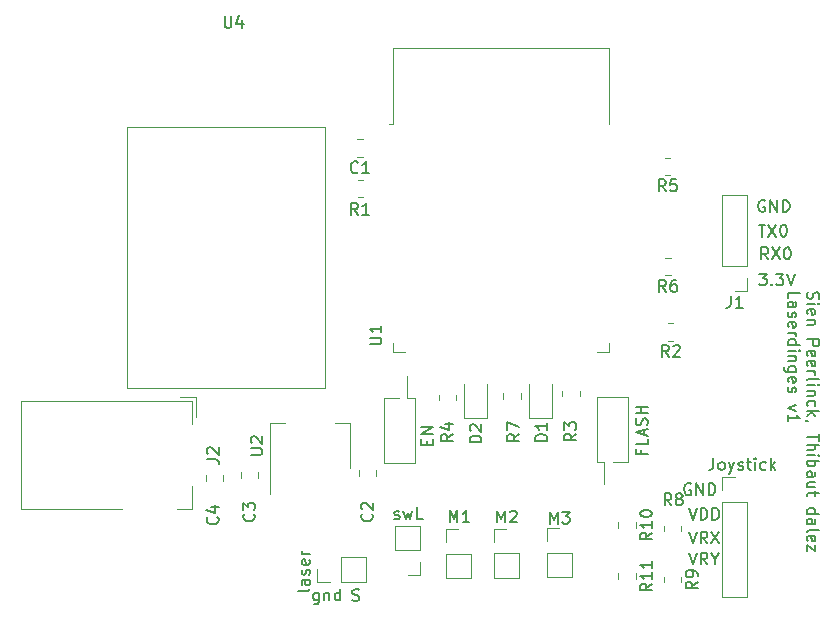
<source format=gbr>
%TF.GenerationSoftware,KiCad,Pcbnew,7.0.1*%
%TF.CreationDate,2023-03-21T16:33:25+01:00*%
%TF.ProjectId,Laserdinges,4c617365-7264-4696-9e67-65732e6b6963,rev?*%
%TF.SameCoordinates,Original*%
%TF.FileFunction,Legend,Top*%
%TF.FilePolarity,Positive*%
%FSLAX46Y46*%
G04 Gerber Fmt 4.6, Leading zero omitted, Abs format (unit mm)*
G04 Created by KiCad (PCBNEW 7.0.1) date 2023-03-21 16:33:25*
%MOMM*%
%LPD*%
G01*
G04 APERTURE LIST*
%ADD10C,0.150000*%
%ADD11C,0.120000*%
G04 APERTURE END LIST*
D10*
X131775209Y-91709219D02*
X131775209Y-92423504D01*
X131775209Y-92423504D02*
X131727590Y-92566361D01*
X131727590Y-92566361D02*
X131632352Y-92661600D01*
X131632352Y-92661600D02*
X131489495Y-92709219D01*
X131489495Y-92709219D02*
X131394257Y-92709219D01*
X132394257Y-92709219D02*
X132299019Y-92661600D01*
X132299019Y-92661600D02*
X132251400Y-92613980D01*
X132251400Y-92613980D02*
X132203781Y-92518742D01*
X132203781Y-92518742D02*
X132203781Y-92233028D01*
X132203781Y-92233028D02*
X132251400Y-92137790D01*
X132251400Y-92137790D02*
X132299019Y-92090171D01*
X132299019Y-92090171D02*
X132394257Y-92042552D01*
X132394257Y-92042552D02*
X132537114Y-92042552D01*
X132537114Y-92042552D02*
X132632352Y-92090171D01*
X132632352Y-92090171D02*
X132679971Y-92137790D01*
X132679971Y-92137790D02*
X132727590Y-92233028D01*
X132727590Y-92233028D02*
X132727590Y-92518742D01*
X132727590Y-92518742D02*
X132679971Y-92613980D01*
X132679971Y-92613980D02*
X132632352Y-92661600D01*
X132632352Y-92661600D02*
X132537114Y-92709219D01*
X132537114Y-92709219D02*
X132394257Y-92709219D01*
X133060924Y-92042552D02*
X133299019Y-92709219D01*
X133537114Y-92042552D02*
X133299019Y-92709219D01*
X133299019Y-92709219D02*
X133203781Y-92947314D01*
X133203781Y-92947314D02*
X133156162Y-92994933D01*
X133156162Y-92994933D02*
X133060924Y-93042552D01*
X133870448Y-92661600D02*
X133965686Y-92709219D01*
X133965686Y-92709219D02*
X134156162Y-92709219D01*
X134156162Y-92709219D02*
X134251400Y-92661600D01*
X134251400Y-92661600D02*
X134299019Y-92566361D01*
X134299019Y-92566361D02*
X134299019Y-92518742D01*
X134299019Y-92518742D02*
X134251400Y-92423504D01*
X134251400Y-92423504D02*
X134156162Y-92375885D01*
X134156162Y-92375885D02*
X134013305Y-92375885D01*
X134013305Y-92375885D02*
X133918067Y-92328266D01*
X133918067Y-92328266D02*
X133870448Y-92233028D01*
X133870448Y-92233028D02*
X133870448Y-92185409D01*
X133870448Y-92185409D02*
X133918067Y-92090171D01*
X133918067Y-92090171D02*
X134013305Y-92042552D01*
X134013305Y-92042552D02*
X134156162Y-92042552D01*
X134156162Y-92042552D02*
X134251400Y-92090171D01*
X134584734Y-92042552D02*
X134965686Y-92042552D01*
X134727591Y-91709219D02*
X134727591Y-92566361D01*
X134727591Y-92566361D02*
X134775210Y-92661600D01*
X134775210Y-92661600D02*
X134870448Y-92709219D01*
X134870448Y-92709219D02*
X134965686Y-92709219D01*
X135299020Y-92709219D02*
X135299020Y-92042552D01*
X135299020Y-91709219D02*
X135251401Y-91756838D01*
X135251401Y-91756838D02*
X135299020Y-91804457D01*
X135299020Y-91804457D02*
X135346639Y-91756838D01*
X135346639Y-91756838D02*
X135299020Y-91709219D01*
X135299020Y-91709219D02*
X135299020Y-91804457D01*
X136203781Y-92661600D02*
X136108543Y-92709219D01*
X136108543Y-92709219D02*
X135918067Y-92709219D01*
X135918067Y-92709219D02*
X135822829Y-92661600D01*
X135822829Y-92661600D02*
X135775210Y-92613980D01*
X135775210Y-92613980D02*
X135727591Y-92518742D01*
X135727591Y-92518742D02*
X135727591Y-92233028D01*
X135727591Y-92233028D02*
X135775210Y-92137790D01*
X135775210Y-92137790D02*
X135822829Y-92090171D01*
X135822829Y-92090171D02*
X135918067Y-92042552D01*
X135918067Y-92042552D02*
X136108543Y-92042552D01*
X136108543Y-92042552D02*
X136203781Y-92090171D01*
X136632353Y-92709219D02*
X136632353Y-91709219D01*
X136727591Y-92328266D02*
X137013305Y-92709219D01*
X137013305Y-92042552D02*
X136632353Y-92423504D01*
X97601019Y-102813847D02*
X97553400Y-102909085D01*
X97553400Y-102909085D02*
X97458161Y-102956704D01*
X97458161Y-102956704D02*
X96601019Y-102956704D01*
X97601019Y-102004323D02*
X97077209Y-102004323D01*
X97077209Y-102004323D02*
X96981971Y-102051942D01*
X96981971Y-102051942D02*
X96934352Y-102147180D01*
X96934352Y-102147180D02*
X96934352Y-102337656D01*
X96934352Y-102337656D02*
X96981971Y-102432894D01*
X97553400Y-102004323D02*
X97601019Y-102099561D01*
X97601019Y-102099561D02*
X97601019Y-102337656D01*
X97601019Y-102337656D02*
X97553400Y-102432894D01*
X97553400Y-102432894D02*
X97458161Y-102480513D01*
X97458161Y-102480513D02*
X97362923Y-102480513D01*
X97362923Y-102480513D02*
X97267685Y-102432894D01*
X97267685Y-102432894D02*
X97220066Y-102337656D01*
X97220066Y-102337656D02*
X97220066Y-102099561D01*
X97220066Y-102099561D02*
X97172447Y-102004323D01*
X97553400Y-101575751D02*
X97601019Y-101480513D01*
X97601019Y-101480513D02*
X97601019Y-101290037D01*
X97601019Y-101290037D02*
X97553400Y-101194799D01*
X97553400Y-101194799D02*
X97458161Y-101147180D01*
X97458161Y-101147180D02*
X97410542Y-101147180D01*
X97410542Y-101147180D02*
X97315304Y-101194799D01*
X97315304Y-101194799D02*
X97267685Y-101290037D01*
X97267685Y-101290037D02*
X97267685Y-101432894D01*
X97267685Y-101432894D02*
X97220066Y-101528132D01*
X97220066Y-101528132D02*
X97124828Y-101575751D01*
X97124828Y-101575751D02*
X97077209Y-101575751D01*
X97077209Y-101575751D02*
X96981971Y-101528132D01*
X96981971Y-101528132D02*
X96934352Y-101432894D01*
X96934352Y-101432894D02*
X96934352Y-101290037D01*
X96934352Y-101290037D02*
X96981971Y-101194799D01*
X97553400Y-100337656D02*
X97601019Y-100432894D01*
X97601019Y-100432894D02*
X97601019Y-100623370D01*
X97601019Y-100623370D02*
X97553400Y-100718608D01*
X97553400Y-100718608D02*
X97458161Y-100766227D01*
X97458161Y-100766227D02*
X97077209Y-100766227D01*
X97077209Y-100766227D02*
X96981971Y-100718608D01*
X96981971Y-100718608D02*
X96934352Y-100623370D01*
X96934352Y-100623370D02*
X96934352Y-100432894D01*
X96934352Y-100432894D02*
X96981971Y-100337656D01*
X96981971Y-100337656D02*
X97077209Y-100290037D01*
X97077209Y-100290037D02*
X97172447Y-100290037D01*
X97172447Y-100290037D02*
X97267685Y-100766227D01*
X97601019Y-99861465D02*
X96934352Y-99861465D01*
X97124828Y-99861465D02*
X97029590Y-99813846D01*
X97029590Y-99813846D02*
X96981971Y-99766227D01*
X96981971Y-99766227D02*
X96934352Y-99670989D01*
X96934352Y-99670989D02*
X96934352Y-99575751D01*
X104771876Y-96827200D02*
X104867114Y-96874819D01*
X104867114Y-96874819D02*
X105057590Y-96874819D01*
X105057590Y-96874819D02*
X105152828Y-96827200D01*
X105152828Y-96827200D02*
X105200447Y-96731961D01*
X105200447Y-96731961D02*
X105200447Y-96684342D01*
X105200447Y-96684342D02*
X105152828Y-96589104D01*
X105152828Y-96589104D02*
X105057590Y-96541485D01*
X105057590Y-96541485D02*
X104914733Y-96541485D01*
X104914733Y-96541485D02*
X104819495Y-96493866D01*
X104819495Y-96493866D02*
X104771876Y-96398628D01*
X104771876Y-96398628D02*
X104771876Y-96351009D01*
X104771876Y-96351009D02*
X104819495Y-96255771D01*
X104819495Y-96255771D02*
X104914733Y-96208152D01*
X104914733Y-96208152D02*
X105057590Y-96208152D01*
X105057590Y-96208152D02*
X105152828Y-96255771D01*
X105533781Y-96208152D02*
X105724257Y-96874819D01*
X105724257Y-96874819D02*
X105914733Y-96398628D01*
X105914733Y-96398628D02*
X106105209Y-96874819D01*
X106105209Y-96874819D02*
X106295685Y-96208152D01*
X107152828Y-96874819D02*
X106676638Y-96874819D01*
X106676638Y-96874819D02*
X106676638Y-95874819D01*
X117925895Y-97255819D02*
X117925895Y-96255819D01*
X117925895Y-96255819D02*
X118259228Y-96970104D01*
X118259228Y-96970104D02*
X118592561Y-96255819D01*
X118592561Y-96255819D02*
X118592561Y-97255819D01*
X118973514Y-96255819D02*
X119592561Y-96255819D01*
X119592561Y-96255819D02*
X119259228Y-96636771D01*
X119259228Y-96636771D02*
X119402085Y-96636771D01*
X119402085Y-96636771D02*
X119497323Y-96684390D01*
X119497323Y-96684390D02*
X119544942Y-96732009D01*
X119544942Y-96732009D02*
X119592561Y-96827247D01*
X119592561Y-96827247D02*
X119592561Y-97065342D01*
X119592561Y-97065342D02*
X119544942Y-97160580D01*
X119544942Y-97160580D02*
X119497323Y-97208200D01*
X119497323Y-97208200D02*
X119402085Y-97255819D01*
X119402085Y-97255819D02*
X119116371Y-97255819D01*
X119116371Y-97255819D02*
X119021133Y-97208200D01*
X119021133Y-97208200D02*
X118973514Y-97160580D01*
X113480895Y-97154219D02*
X113480895Y-96154219D01*
X113480895Y-96154219D02*
X113814228Y-96868504D01*
X113814228Y-96868504D02*
X114147561Y-96154219D01*
X114147561Y-96154219D02*
X114147561Y-97154219D01*
X114576133Y-96249457D02*
X114623752Y-96201838D01*
X114623752Y-96201838D02*
X114718990Y-96154219D01*
X114718990Y-96154219D02*
X114957085Y-96154219D01*
X114957085Y-96154219D02*
X115052323Y-96201838D01*
X115052323Y-96201838D02*
X115099942Y-96249457D01*
X115099942Y-96249457D02*
X115147561Y-96344695D01*
X115147561Y-96344695D02*
X115147561Y-96439933D01*
X115147561Y-96439933D02*
X115099942Y-96582790D01*
X115099942Y-96582790D02*
X114528514Y-97154219D01*
X114528514Y-97154219D02*
X115147561Y-97154219D01*
X109442295Y-97128819D02*
X109442295Y-96128819D01*
X109442295Y-96128819D02*
X109775628Y-96843104D01*
X109775628Y-96843104D02*
X110108961Y-96128819D01*
X110108961Y-96128819D02*
X110108961Y-97128819D01*
X111108961Y-97128819D02*
X110537533Y-97128819D01*
X110823247Y-97128819D02*
X110823247Y-96128819D01*
X110823247Y-96128819D02*
X110728009Y-96271676D01*
X110728009Y-96271676D02*
X110632771Y-96366914D01*
X110632771Y-96366914D02*
X110537533Y-96414533D01*
X129695638Y-95925619D02*
X130028971Y-96925619D01*
X130028971Y-96925619D02*
X130362304Y-95925619D01*
X130695638Y-96925619D02*
X130695638Y-95925619D01*
X130695638Y-95925619D02*
X130933733Y-95925619D01*
X130933733Y-95925619D02*
X131076590Y-95973238D01*
X131076590Y-95973238D02*
X131171828Y-96068476D01*
X131171828Y-96068476D02*
X131219447Y-96163714D01*
X131219447Y-96163714D02*
X131267066Y-96354190D01*
X131267066Y-96354190D02*
X131267066Y-96497047D01*
X131267066Y-96497047D02*
X131219447Y-96687523D01*
X131219447Y-96687523D02*
X131171828Y-96782761D01*
X131171828Y-96782761D02*
X131076590Y-96878000D01*
X131076590Y-96878000D02*
X130933733Y-96925619D01*
X130933733Y-96925619D02*
X130695638Y-96925619D01*
X131695638Y-96925619D02*
X131695638Y-95925619D01*
X131695638Y-95925619D02*
X131933733Y-95925619D01*
X131933733Y-95925619D02*
X132076590Y-95973238D01*
X132076590Y-95973238D02*
X132171828Y-96068476D01*
X132171828Y-96068476D02*
X132219447Y-96163714D01*
X132219447Y-96163714D02*
X132267066Y-96354190D01*
X132267066Y-96354190D02*
X132267066Y-96497047D01*
X132267066Y-96497047D02*
X132219447Y-96687523D01*
X132219447Y-96687523D02*
X132171828Y-96782761D01*
X132171828Y-96782761D02*
X132076590Y-96878000D01*
X132076590Y-96878000D02*
X131933733Y-96925619D01*
X131933733Y-96925619D02*
X131695638Y-96925619D01*
X101215876Y-103761400D02*
X101358733Y-103809019D01*
X101358733Y-103809019D02*
X101596828Y-103809019D01*
X101596828Y-103809019D02*
X101692066Y-103761400D01*
X101692066Y-103761400D02*
X101739685Y-103713780D01*
X101739685Y-103713780D02*
X101787304Y-103618542D01*
X101787304Y-103618542D02*
X101787304Y-103523304D01*
X101787304Y-103523304D02*
X101739685Y-103428066D01*
X101739685Y-103428066D02*
X101692066Y-103380447D01*
X101692066Y-103380447D02*
X101596828Y-103332828D01*
X101596828Y-103332828D02*
X101406352Y-103285209D01*
X101406352Y-103285209D02*
X101311114Y-103237590D01*
X101311114Y-103237590D02*
X101263495Y-103189971D01*
X101263495Y-103189971D02*
X101215876Y-103094733D01*
X101215876Y-103094733D02*
X101215876Y-102999495D01*
X101215876Y-102999495D02*
X101263495Y-102904257D01*
X101263495Y-102904257D02*
X101311114Y-102856638D01*
X101311114Y-102856638D02*
X101406352Y-102809019D01*
X101406352Y-102809019D02*
X101644447Y-102809019D01*
X101644447Y-102809019D02*
X101787304Y-102856638D01*
X129854304Y-93890438D02*
X129759066Y-93842819D01*
X129759066Y-93842819D02*
X129616209Y-93842819D01*
X129616209Y-93842819D02*
X129473352Y-93890438D01*
X129473352Y-93890438D02*
X129378114Y-93985676D01*
X129378114Y-93985676D02*
X129330495Y-94080914D01*
X129330495Y-94080914D02*
X129282876Y-94271390D01*
X129282876Y-94271390D02*
X129282876Y-94414247D01*
X129282876Y-94414247D02*
X129330495Y-94604723D01*
X129330495Y-94604723D02*
X129378114Y-94699961D01*
X129378114Y-94699961D02*
X129473352Y-94795200D01*
X129473352Y-94795200D02*
X129616209Y-94842819D01*
X129616209Y-94842819D02*
X129711447Y-94842819D01*
X129711447Y-94842819D02*
X129854304Y-94795200D01*
X129854304Y-94795200D02*
X129901923Y-94747580D01*
X129901923Y-94747580D02*
X129901923Y-94414247D01*
X129901923Y-94414247D02*
X129711447Y-94414247D01*
X130330495Y-94842819D02*
X130330495Y-93842819D01*
X130330495Y-93842819D02*
X130901923Y-94842819D01*
X130901923Y-94842819D02*
X130901923Y-93842819D01*
X131378114Y-94842819D02*
X131378114Y-93842819D01*
X131378114Y-93842819D02*
X131616209Y-93842819D01*
X131616209Y-93842819D02*
X131759066Y-93890438D01*
X131759066Y-93890438D02*
X131854304Y-93985676D01*
X131854304Y-93985676D02*
X131901923Y-94080914D01*
X131901923Y-94080914D02*
X131949542Y-94271390D01*
X131949542Y-94271390D02*
X131949542Y-94414247D01*
X131949542Y-94414247D02*
X131901923Y-94604723D01*
X131901923Y-94604723D02*
X131854304Y-94699961D01*
X131854304Y-94699961D02*
X131759066Y-94795200D01*
X131759066Y-94795200D02*
X131616209Y-94842819D01*
X131616209Y-94842819D02*
X131378114Y-94842819D01*
X129695638Y-97932219D02*
X130028971Y-98932219D01*
X130028971Y-98932219D02*
X130362304Y-97932219D01*
X131267066Y-98932219D02*
X130933733Y-98456028D01*
X130695638Y-98932219D02*
X130695638Y-97932219D01*
X130695638Y-97932219D02*
X131076590Y-97932219D01*
X131076590Y-97932219D02*
X131171828Y-97979838D01*
X131171828Y-97979838D02*
X131219447Y-98027457D01*
X131219447Y-98027457D02*
X131267066Y-98122695D01*
X131267066Y-98122695D02*
X131267066Y-98265552D01*
X131267066Y-98265552D02*
X131219447Y-98360790D01*
X131219447Y-98360790D02*
X131171828Y-98408409D01*
X131171828Y-98408409D02*
X131076590Y-98456028D01*
X131076590Y-98456028D02*
X130695638Y-98456028D01*
X131600400Y-97932219D02*
X132267066Y-98932219D01*
X132267066Y-97932219D02*
X131600400Y-98932219D01*
X139772400Y-77655076D02*
X139724780Y-77797933D01*
X139724780Y-77797933D02*
X139724780Y-78036028D01*
X139724780Y-78036028D02*
X139772400Y-78131266D01*
X139772400Y-78131266D02*
X139820019Y-78178885D01*
X139820019Y-78178885D02*
X139915257Y-78226504D01*
X139915257Y-78226504D02*
X140010495Y-78226504D01*
X140010495Y-78226504D02*
X140105733Y-78178885D01*
X140105733Y-78178885D02*
X140153352Y-78131266D01*
X140153352Y-78131266D02*
X140200971Y-78036028D01*
X140200971Y-78036028D02*
X140248590Y-77845552D01*
X140248590Y-77845552D02*
X140296209Y-77750314D01*
X140296209Y-77750314D02*
X140343828Y-77702695D01*
X140343828Y-77702695D02*
X140439066Y-77655076D01*
X140439066Y-77655076D02*
X140534304Y-77655076D01*
X140534304Y-77655076D02*
X140629542Y-77702695D01*
X140629542Y-77702695D02*
X140677161Y-77750314D01*
X140677161Y-77750314D02*
X140724780Y-77845552D01*
X140724780Y-77845552D02*
X140724780Y-78083647D01*
X140724780Y-78083647D02*
X140677161Y-78226504D01*
X139724780Y-78655076D02*
X140391447Y-78655076D01*
X140724780Y-78655076D02*
X140677161Y-78607457D01*
X140677161Y-78607457D02*
X140629542Y-78655076D01*
X140629542Y-78655076D02*
X140677161Y-78702695D01*
X140677161Y-78702695D02*
X140724780Y-78655076D01*
X140724780Y-78655076D02*
X140629542Y-78655076D01*
X139772400Y-79512218D02*
X139724780Y-79416980D01*
X139724780Y-79416980D02*
X139724780Y-79226504D01*
X139724780Y-79226504D02*
X139772400Y-79131266D01*
X139772400Y-79131266D02*
X139867638Y-79083647D01*
X139867638Y-79083647D02*
X140248590Y-79083647D01*
X140248590Y-79083647D02*
X140343828Y-79131266D01*
X140343828Y-79131266D02*
X140391447Y-79226504D01*
X140391447Y-79226504D02*
X140391447Y-79416980D01*
X140391447Y-79416980D02*
X140343828Y-79512218D01*
X140343828Y-79512218D02*
X140248590Y-79559837D01*
X140248590Y-79559837D02*
X140153352Y-79559837D01*
X140153352Y-79559837D02*
X140058114Y-79083647D01*
X140391447Y-79988409D02*
X139724780Y-79988409D01*
X140296209Y-79988409D02*
X140343828Y-80036028D01*
X140343828Y-80036028D02*
X140391447Y-80131266D01*
X140391447Y-80131266D02*
X140391447Y-80274123D01*
X140391447Y-80274123D02*
X140343828Y-80369361D01*
X140343828Y-80369361D02*
X140248590Y-80416980D01*
X140248590Y-80416980D02*
X139724780Y-80416980D01*
X139724780Y-81655076D02*
X140724780Y-81655076D01*
X140724780Y-81655076D02*
X140724780Y-82036028D01*
X140724780Y-82036028D02*
X140677161Y-82131266D01*
X140677161Y-82131266D02*
X140629542Y-82178885D01*
X140629542Y-82178885D02*
X140534304Y-82226504D01*
X140534304Y-82226504D02*
X140391447Y-82226504D01*
X140391447Y-82226504D02*
X140296209Y-82178885D01*
X140296209Y-82178885D02*
X140248590Y-82131266D01*
X140248590Y-82131266D02*
X140200971Y-82036028D01*
X140200971Y-82036028D02*
X140200971Y-81655076D01*
X139772400Y-83036028D02*
X139724780Y-82940790D01*
X139724780Y-82940790D02*
X139724780Y-82750314D01*
X139724780Y-82750314D02*
X139772400Y-82655076D01*
X139772400Y-82655076D02*
X139867638Y-82607457D01*
X139867638Y-82607457D02*
X140248590Y-82607457D01*
X140248590Y-82607457D02*
X140343828Y-82655076D01*
X140343828Y-82655076D02*
X140391447Y-82750314D01*
X140391447Y-82750314D02*
X140391447Y-82940790D01*
X140391447Y-82940790D02*
X140343828Y-83036028D01*
X140343828Y-83036028D02*
X140248590Y-83083647D01*
X140248590Y-83083647D02*
X140153352Y-83083647D01*
X140153352Y-83083647D02*
X140058114Y-82607457D01*
X139772400Y-83893171D02*
X139724780Y-83797933D01*
X139724780Y-83797933D02*
X139724780Y-83607457D01*
X139724780Y-83607457D02*
X139772400Y-83512219D01*
X139772400Y-83512219D02*
X139867638Y-83464600D01*
X139867638Y-83464600D02*
X140248590Y-83464600D01*
X140248590Y-83464600D02*
X140343828Y-83512219D01*
X140343828Y-83512219D02*
X140391447Y-83607457D01*
X140391447Y-83607457D02*
X140391447Y-83797933D01*
X140391447Y-83797933D02*
X140343828Y-83893171D01*
X140343828Y-83893171D02*
X140248590Y-83940790D01*
X140248590Y-83940790D02*
X140153352Y-83940790D01*
X140153352Y-83940790D02*
X140058114Y-83464600D01*
X139724780Y-84369362D02*
X140391447Y-84369362D01*
X140200971Y-84369362D02*
X140296209Y-84416981D01*
X140296209Y-84416981D02*
X140343828Y-84464600D01*
X140343828Y-84464600D02*
X140391447Y-84559838D01*
X140391447Y-84559838D02*
X140391447Y-84655076D01*
X139724780Y-85131267D02*
X139772400Y-85036029D01*
X139772400Y-85036029D02*
X139867638Y-84988410D01*
X139867638Y-84988410D02*
X140724780Y-84988410D01*
X139724780Y-85512220D02*
X140391447Y-85512220D01*
X140724780Y-85512220D02*
X140677161Y-85464601D01*
X140677161Y-85464601D02*
X140629542Y-85512220D01*
X140629542Y-85512220D02*
X140677161Y-85559839D01*
X140677161Y-85559839D02*
X140724780Y-85512220D01*
X140724780Y-85512220D02*
X140629542Y-85512220D01*
X140391447Y-85988410D02*
X139724780Y-85988410D01*
X140296209Y-85988410D02*
X140343828Y-86036029D01*
X140343828Y-86036029D02*
X140391447Y-86131267D01*
X140391447Y-86131267D02*
X140391447Y-86274124D01*
X140391447Y-86274124D02*
X140343828Y-86369362D01*
X140343828Y-86369362D02*
X140248590Y-86416981D01*
X140248590Y-86416981D02*
X139724780Y-86416981D01*
X139772400Y-87321743D02*
X139724780Y-87226505D01*
X139724780Y-87226505D02*
X139724780Y-87036029D01*
X139724780Y-87036029D02*
X139772400Y-86940791D01*
X139772400Y-86940791D02*
X139820019Y-86893172D01*
X139820019Y-86893172D02*
X139915257Y-86845553D01*
X139915257Y-86845553D02*
X140200971Y-86845553D01*
X140200971Y-86845553D02*
X140296209Y-86893172D01*
X140296209Y-86893172D02*
X140343828Y-86940791D01*
X140343828Y-86940791D02*
X140391447Y-87036029D01*
X140391447Y-87036029D02*
X140391447Y-87226505D01*
X140391447Y-87226505D02*
X140343828Y-87321743D01*
X139724780Y-87750315D02*
X140724780Y-87750315D01*
X140105733Y-87845553D02*
X139724780Y-88131267D01*
X140391447Y-88131267D02*
X140010495Y-87750315D01*
X139772400Y-88607458D02*
X139724780Y-88607458D01*
X139724780Y-88607458D02*
X139629542Y-88559839D01*
X139629542Y-88559839D02*
X139581923Y-88512220D01*
X140724780Y-89655077D02*
X140724780Y-90226505D01*
X139724780Y-89940791D02*
X140724780Y-89940791D01*
X139724780Y-90559839D02*
X140724780Y-90559839D01*
X139724780Y-90988410D02*
X140248590Y-90988410D01*
X140248590Y-90988410D02*
X140343828Y-90940791D01*
X140343828Y-90940791D02*
X140391447Y-90845553D01*
X140391447Y-90845553D02*
X140391447Y-90702696D01*
X140391447Y-90702696D02*
X140343828Y-90607458D01*
X140343828Y-90607458D02*
X140296209Y-90559839D01*
X139724780Y-91464601D02*
X140391447Y-91464601D01*
X140724780Y-91464601D02*
X140677161Y-91416982D01*
X140677161Y-91416982D02*
X140629542Y-91464601D01*
X140629542Y-91464601D02*
X140677161Y-91512220D01*
X140677161Y-91512220D02*
X140724780Y-91464601D01*
X140724780Y-91464601D02*
X140629542Y-91464601D01*
X139724780Y-91940791D02*
X140724780Y-91940791D01*
X140343828Y-91940791D02*
X140391447Y-92036029D01*
X140391447Y-92036029D02*
X140391447Y-92226505D01*
X140391447Y-92226505D02*
X140343828Y-92321743D01*
X140343828Y-92321743D02*
X140296209Y-92369362D01*
X140296209Y-92369362D02*
X140200971Y-92416981D01*
X140200971Y-92416981D02*
X139915257Y-92416981D01*
X139915257Y-92416981D02*
X139820019Y-92369362D01*
X139820019Y-92369362D02*
X139772400Y-92321743D01*
X139772400Y-92321743D02*
X139724780Y-92226505D01*
X139724780Y-92226505D02*
X139724780Y-92036029D01*
X139724780Y-92036029D02*
X139772400Y-91940791D01*
X139724780Y-93274124D02*
X140248590Y-93274124D01*
X140248590Y-93274124D02*
X140343828Y-93226505D01*
X140343828Y-93226505D02*
X140391447Y-93131267D01*
X140391447Y-93131267D02*
X140391447Y-92940791D01*
X140391447Y-92940791D02*
X140343828Y-92845553D01*
X139772400Y-93274124D02*
X139724780Y-93178886D01*
X139724780Y-93178886D02*
X139724780Y-92940791D01*
X139724780Y-92940791D02*
X139772400Y-92845553D01*
X139772400Y-92845553D02*
X139867638Y-92797934D01*
X139867638Y-92797934D02*
X139962876Y-92797934D01*
X139962876Y-92797934D02*
X140058114Y-92845553D01*
X140058114Y-92845553D02*
X140105733Y-92940791D01*
X140105733Y-92940791D02*
X140105733Y-93178886D01*
X140105733Y-93178886D02*
X140153352Y-93274124D01*
X140391447Y-94178886D02*
X139724780Y-94178886D01*
X140391447Y-93750315D02*
X139867638Y-93750315D01*
X139867638Y-93750315D02*
X139772400Y-93797934D01*
X139772400Y-93797934D02*
X139724780Y-93893172D01*
X139724780Y-93893172D02*
X139724780Y-94036029D01*
X139724780Y-94036029D02*
X139772400Y-94131267D01*
X139772400Y-94131267D02*
X139820019Y-94178886D01*
X140391447Y-94512220D02*
X140391447Y-94893172D01*
X140724780Y-94655077D02*
X139867638Y-94655077D01*
X139867638Y-94655077D02*
X139772400Y-94702696D01*
X139772400Y-94702696D02*
X139724780Y-94797934D01*
X139724780Y-94797934D02*
X139724780Y-94893172D01*
X139724780Y-96416982D02*
X140724780Y-96416982D01*
X139772400Y-96416982D02*
X139724780Y-96321744D01*
X139724780Y-96321744D02*
X139724780Y-96131268D01*
X139724780Y-96131268D02*
X139772400Y-96036030D01*
X139772400Y-96036030D02*
X139820019Y-95988411D01*
X139820019Y-95988411D02*
X139915257Y-95940792D01*
X139915257Y-95940792D02*
X140200971Y-95940792D01*
X140200971Y-95940792D02*
X140296209Y-95988411D01*
X140296209Y-95988411D02*
X140343828Y-96036030D01*
X140343828Y-96036030D02*
X140391447Y-96131268D01*
X140391447Y-96131268D02*
X140391447Y-96321744D01*
X140391447Y-96321744D02*
X140343828Y-96416982D01*
X139724780Y-97321744D02*
X140248590Y-97321744D01*
X140248590Y-97321744D02*
X140343828Y-97274125D01*
X140343828Y-97274125D02*
X140391447Y-97178887D01*
X140391447Y-97178887D02*
X140391447Y-96988411D01*
X140391447Y-96988411D02*
X140343828Y-96893173D01*
X139772400Y-97321744D02*
X139724780Y-97226506D01*
X139724780Y-97226506D02*
X139724780Y-96988411D01*
X139724780Y-96988411D02*
X139772400Y-96893173D01*
X139772400Y-96893173D02*
X139867638Y-96845554D01*
X139867638Y-96845554D02*
X139962876Y-96845554D01*
X139962876Y-96845554D02*
X140058114Y-96893173D01*
X140058114Y-96893173D02*
X140105733Y-96988411D01*
X140105733Y-96988411D02*
X140105733Y-97226506D01*
X140105733Y-97226506D02*
X140153352Y-97321744D01*
X139724780Y-97940792D02*
X139772400Y-97845554D01*
X139772400Y-97845554D02*
X139867638Y-97797935D01*
X139867638Y-97797935D02*
X140724780Y-97797935D01*
X139772400Y-98702697D02*
X139724780Y-98607459D01*
X139724780Y-98607459D02*
X139724780Y-98416983D01*
X139724780Y-98416983D02*
X139772400Y-98321745D01*
X139772400Y-98321745D02*
X139867638Y-98274126D01*
X139867638Y-98274126D02*
X140248590Y-98274126D01*
X140248590Y-98274126D02*
X140343828Y-98321745D01*
X140343828Y-98321745D02*
X140391447Y-98416983D01*
X140391447Y-98416983D02*
X140391447Y-98607459D01*
X140391447Y-98607459D02*
X140343828Y-98702697D01*
X140343828Y-98702697D02*
X140248590Y-98750316D01*
X140248590Y-98750316D02*
X140153352Y-98750316D01*
X140153352Y-98750316D02*
X140058114Y-98274126D01*
X140391447Y-99083650D02*
X140391447Y-99607459D01*
X140391447Y-99607459D02*
X139724780Y-99083650D01*
X139724780Y-99083650D02*
X139724780Y-99607459D01*
X138104780Y-78178885D02*
X138104780Y-77702695D01*
X138104780Y-77702695D02*
X139104780Y-77702695D01*
X138104780Y-78940790D02*
X138628590Y-78940790D01*
X138628590Y-78940790D02*
X138723828Y-78893171D01*
X138723828Y-78893171D02*
X138771447Y-78797933D01*
X138771447Y-78797933D02*
X138771447Y-78607457D01*
X138771447Y-78607457D02*
X138723828Y-78512219D01*
X138152400Y-78940790D02*
X138104780Y-78845552D01*
X138104780Y-78845552D02*
X138104780Y-78607457D01*
X138104780Y-78607457D02*
X138152400Y-78512219D01*
X138152400Y-78512219D02*
X138247638Y-78464600D01*
X138247638Y-78464600D02*
X138342876Y-78464600D01*
X138342876Y-78464600D02*
X138438114Y-78512219D01*
X138438114Y-78512219D02*
X138485733Y-78607457D01*
X138485733Y-78607457D02*
X138485733Y-78845552D01*
X138485733Y-78845552D02*
X138533352Y-78940790D01*
X138152400Y-79369362D02*
X138104780Y-79464600D01*
X138104780Y-79464600D02*
X138104780Y-79655076D01*
X138104780Y-79655076D02*
X138152400Y-79750314D01*
X138152400Y-79750314D02*
X138247638Y-79797933D01*
X138247638Y-79797933D02*
X138295257Y-79797933D01*
X138295257Y-79797933D02*
X138390495Y-79750314D01*
X138390495Y-79750314D02*
X138438114Y-79655076D01*
X138438114Y-79655076D02*
X138438114Y-79512219D01*
X138438114Y-79512219D02*
X138485733Y-79416981D01*
X138485733Y-79416981D02*
X138580971Y-79369362D01*
X138580971Y-79369362D02*
X138628590Y-79369362D01*
X138628590Y-79369362D02*
X138723828Y-79416981D01*
X138723828Y-79416981D02*
X138771447Y-79512219D01*
X138771447Y-79512219D02*
X138771447Y-79655076D01*
X138771447Y-79655076D02*
X138723828Y-79750314D01*
X138152400Y-80607457D02*
X138104780Y-80512219D01*
X138104780Y-80512219D02*
X138104780Y-80321743D01*
X138104780Y-80321743D02*
X138152400Y-80226505D01*
X138152400Y-80226505D02*
X138247638Y-80178886D01*
X138247638Y-80178886D02*
X138628590Y-80178886D01*
X138628590Y-80178886D02*
X138723828Y-80226505D01*
X138723828Y-80226505D02*
X138771447Y-80321743D01*
X138771447Y-80321743D02*
X138771447Y-80512219D01*
X138771447Y-80512219D02*
X138723828Y-80607457D01*
X138723828Y-80607457D02*
X138628590Y-80655076D01*
X138628590Y-80655076D02*
X138533352Y-80655076D01*
X138533352Y-80655076D02*
X138438114Y-80178886D01*
X138104780Y-81083648D02*
X138771447Y-81083648D01*
X138580971Y-81083648D02*
X138676209Y-81131267D01*
X138676209Y-81131267D02*
X138723828Y-81178886D01*
X138723828Y-81178886D02*
X138771447Y-81274124D01*
X138771447Y-81274124D02*
X138771447Y-81369362D01*
X138104780Y-82131267D02*
X139104780Y-82131267D01*
X138152400Y-82131267D02*
X138104780Y-82036029D01*
X138104780Y-82036029D02*
X138104780Y-81845553D01*
X138104780Y-81845553D02*
X138152400Y-81750315D01*
X138152400Y-81750315D02*
X138200019Y-81702696D01*
X138200019Y-81702696D02*
X138295257Y-81655077D01*
X138295257Y-81655077D02*
X138580971Y-81655077D01*
X138580971Y-81655077D02*
X138676209Y-81702696D01*
X138676209Y-81702696D02*
X138723828Y-81750315D01*
X138723828Y-81750315D02*
X138771447Y-81845553D01*
X138771447Y-81845553D02*
X138771447Y-82036029D01*
X138771447Y-82036029D02*
X138723828Y-82131267D01*
X138104780Y-82607458D02*
X138771447Y-82607458D01*
X139104780Y-82607458D02*
X139057161Y-82559839D01*
X139057161Y-82559839D02*
X139009542Y-82607458D01*
X139009542Y-82607458D02*
X139057161Y-82655077D01*
X139057161Y-82655077D02*
X139104780Y-82607458D01*
X139104780Y-82607458D02*
X139009542Y-82607458D01*
X138771447Y-83083648D02*
X138104780Y-83083648D01*
X138676209Y-83083648D02*
X138723828Y-83131267D01*
X138723828Y-83131267D02*
X138771447Y-83226505D01*
X138771447Y-83226505D02*
X138771447Y-83369362D01*
X138771447Y-83369362D02*
X138723828Y-83464600D01*
X138723828Y-83464600D02*
X138628590Y-83512219D01*
X138628590Y-83512219D02*
X138104780Y-83512219D01*
X138771447Y-84416981D02*
X137961923Y-84416981D01*
X137961923Y-84416981D02*
X137866685Y-84369362D01*
X137866685Y-84369362D02*
X137819066Y-84321743D01*
X137819066Y-84321743D02*
X137771447Y-84226505D01*
X137771447Y-84226505D02*
X137771447Y-84083648D01*
X137771447Y-84083648D02*
X137819066Y-83988410D01*
X138152400Y-84416981D02*
X138104780Y-84321743D01*
X138104780Y-84321743D02*
X138104780Y-84131267D01*
X138104780Y-84131267D02*
X138152400Y-84036029D01*
X138152400Y-84036029D02*
X138200019Y-83988410D01*
X138200019Y-83988410D02*
X138295257Y-83940791D01*
X138295257Y-83940791D02*
X138580971Y-83940791D01*
X138580971Y-83940791D02*
X138676209Y-83988410D01*
X138676209Y-83988410D02*
X138723828Y-84036029D01*
X138723828Y-84036029D02*
X138771447Y-84131267D01*
X138771447Y-84131267D02*
X138771447Y-84321743D01*
X138771447Y-84321743D02*
X138723828Y-84416981D01*
X138152400Y-85274124D02*
X138104780Y-85178886D01*
X138104780Y-85178886D02*
X138104780Y-84988410D01*
X138104780Y-84988410D02*
X138152400Y-84893172D01*
X138152400Y-84893172D02*
X138247638Y-84845553D01*
X138247638Y-84845553D02*
X138628590Y-84845553D01*
X138628590Y-84845553D02*
X138723828Y-84893172D01*
X138723828Y-84893172D02*
X138771447Y-84988410D01*
X138771447Y-84988410D02*
X138771447Y-85178886D01*
X138771447Y-85178886D02*
X138723828Y-85274124D01*
X138723828Y-85274124D02*
X138628590Y-85321743D01*
X138628590Y-85321743D02*
X138533352Y-85321743D01*
X138533352Y-85321743D02*
X138438114Y-84845553D01*
X138152400Y-85702696D02*
X138104780Y-85797934D01*
X138104780Y-85797934D02*
X138104780Y-85988410D01*
X138104780Y-85988410D02*
X138152400Y-86083648D01*
X138152400Y-86083648D02*
X138247638Y-86131267D01*
X138247638Y-86131267D02*
X138295257Y-86131267D01*
X138295257Y-86131267D02*
X138390495Y-86083648D01*
X138390495Y-86083648D02*
X138438114Y-85988410D01*
X138438114Y-85988410D02*
X138438114Y-85845553D01*
X138438114Y-85845553D02*
X138485733Y-85750315D01*
X138485733Y-85750315D02*
X138580971Y-85702696D01*
X138580971Y-85702696D02*
X138628590Y-85702696D01*
X138628590Y-85702696D02*
X138723828Y-85750315D01*
X138723828Y-85750315D02*
X138771447Y-85845553D01*
X138771447Y-85845553D02*
X138771447Y-85988410D01*
X138771447Y-85988410D02*
X138723828Y-86083648D01*
X138771447Y-87226506D02*
X138104780Y-87464601D01*
X138104780Y-87464601D02*
X138771447Y-87702696D01*
X138104780Y-88607458D02*
X138104780Y-88036030D01*
X138104780Y-88321744D02*
X139104780Y-88321744D01*
X139104780Y-88321744D02*
X138961923Y-88226506D01*
X138961923Y-88226506D02*
X138866685Y-88131268D01*
X138866685Y-88131268D02*
X138819066Y-88036030D01*
X129695638Y-99710219D02*
X130028971Y-100710219D01*
X130028971Y-100710219D02*
X130362304Y-99710219D01*
X131267066Y-100710219D02*
X130933733Y-100234028D01*
X130695638Y-100710219D02*
X130695638Y-99710219D01*
X130695638Y-99710219D02*
X131076590Y-99710219D01*
X131076590Y-99710219D02*
X131171828Y-99757838D01*
X131171828Y-99757838D02*
X131219447Y-99805457D01*
X131219447Y-99805457D02*
X131267066Y-99900695D01*
X131267066Y-99900695D02*
X131267066Y-100043552D01*
X131267066Y-100043552D02*
X131219447Y-100138790D01*
X131219447Y-100138790D02*
X131171828Y-100186409D01*
X131171828Y-100186409D02*
X131076590Y-100234028D01*
X131076590Y-100234028D02*
X130695638Y-100234028D01*
X131886114Y-100234028D02*
X131886114Y-100710219D01*
X131552781Y-99710219D02*
X131886114Y-100234028D01*
X131886114Y-100234028D02*
X132219447Y-99710219D01*
X135661457Y-76088219D02*
X136280504Y-76088219D01*
X136280504Y-76088219D02*
X135947171Y-76469171D01*
X135947171Y-76469171D02*
X136090028Y-76469171D01*
X136090028Y-76469171D02*
X136185266Y-76516790D01*
X136185266Y-76516790D02*
X136232885Y-76564409D01*
X136232885Y-76564409D02*
X136280504Y-76659647D01*
X136280504Y-76659647D02*
X136280504Y-76897742D01*
X136280504Y-76897742D02*
X136232885Y-76992980D01*
X136232885Y-76992980D02*
X136185266Y-77040600D01*
X136185266Y-77040600D02*
X136090028Y-77088219D01*
X136090028Y-77088219D02*
X135804314Y-77088219D01*
X135804314Y-77088219D02*
X135709076Y-77040600D01*
X135709076Y-77040600D02*
X135661457Y-76992980D01*
X136709076Y-76992980D02*
X136756695Y-77040600D01*
X136756695Y-77040600D02*
X136709076Y-77088219D01*
X136709076Y-77088219D02*
X136661457Y-77040600D01*
X136661457Y-77040600D02*
X136709076Y-76992980D01*
X136709076Y-76992980D02*
X136709076Y-77088219D01*
X137090028Y-76088219D02*
X137709075Y-76088219D01*
X137709075Y-76088219D02*
X137375742Y-76469171D01*
X137375742Y-76469171D02*
X137518599Y-76469171D01*
X137518599Y-76469171D02*
X137613837Y-76516790D01*
X137613837Y-76516790D02*
X137661456Y-76564409D01*
X137661456Y-76564409D02*
X137709075Y-76659647D01*
X137709075Y-76659647D02*
X137709075Y-76897742D01*
X137709075Y-76897742D02*
X137661456Y-76992980D01*
X137661456Y-76992980D02*
X137613837Y-77040600D01*
X137613837Y-77040600D02*
X137518599Y-77088219D01*
X137518599Y-77088219D02*
X137232885Y-77088219D01*
X137232885Y-77088219D02*
X137137647Y-77040600D01*
X137137647Y-77040600D02*
X137090028Y-76992980D01*
X137994790Y-76088219D02*
X138328123Y-77088219D01*
X138328123Y-77088219D02*
X138661456Y-76088219D01*
X135613838Y-71948019D02*
X136185266Y-71948019D01*
X135899552Y-72948019D02*
X135899552Y-71948019D01*
X136423362Y-71948019D02*
X137090028Y-72948019D01*
X137090028Y-71948019D02*
X136423362Y-72948019D01*
X137661457Y-71948019D02*
X137756695Y-71948019D01*
X137756695Y-71948019D02*
X137851933Y-71995638D01*
X137851933Y-71995638D02*
X137899552Y-72043257D01*
X137899552Y-72043257D02*
X137947171Y-72138495D01*
X137947171Y-72138495D02*
X137994790Y-72328971D01*
X137994790Y-72328971D02*
X137994790Y-72567066D01*
X137994790Y-72567066D02*
X137947171Y-72757542D01*
X137947171Y-72757542D02*
X137899552Y-72852780D01*
X137899552Y-72852780D02*
X137851933Y-72900400D01*
X137851933Y-72900400D02*
X137756695Y-72948019D01*
X137756695Y-72948019D02*
X137661457Y-72948019D01*
X137661457Y-72948019D02*
X137566219Y-72900400D01*
X137566219Y-72900400D02*
X137518600Y-72852780D01*
X137518600Y-72852780D02*
X137470981Y-72757542D01*
X137470981Y-72757542D02*
X137423362Y-72567066D01*
X137423362Y-72567066D02*
X137423362Y-72328971D01*
X137423362Y-72328971D02*
X137470981Y-72138495D01*
X137470981Y-72138495D02*
X137518600Y-72043257D01*
X137518600Y-72043257D02*
X137566219Y-71995638D01*
X137566219Y-71995638D02*
X137661457Y-71948019D01*
X136404323Y-74878419D02*
X136070990Y-74402228D01*
X135832895Y-74878419D02*
X135832895Y-73878419D01*
X135832895Y-73878419D02*
X136213847Y-73878419D01*
X136213847Y-73878419D02*
X136309085Y-73926038D01*
X136309085Y-73926038D02*
X136356704Y-73973657D01*
X136356704Y-73973657D02*
X136404323Y-74068895D01*
X136404323Y-74068895D02*
X136404323Y-74211752D01*
X136404323Y-74211752D02*
X136356704Y-74306990D01*
X136356704Y-74306990D02*
X136309085Y-74354609D01*
X136309085Y-74354609D02*
X136213847Y-74402228D01*
X136213847Y-74402228D02*
X135832895Y-74402228D01*
X136737657Y-73878419D02*
X137404323Y-74878419D01*
X137404323Y-73878419D02*
X136737657Y-74878419D01*
X137975752Y-73878419D02*
X138070990Y-73878419D01*
X138070990Y-73878419D02*
X138166228Y-73926038D01*
X138166228Y-73926038D02*
X138213847Y-73973657D01*
X138213847Y-73973657D02*
X138261466Y-74068895D01*
X138261466Y-74068895D02*
X138309085Y-74259371D01*
X138309085Y-74259371D02*
X138309085Y-74497466D01*
X138309085Y-74497466D02*
X138261466Y-74687942D01*
X138261466Y-74687942D02*
X138213847Y-74783180D01*
X138213847Y-74783180D02*
X138166228Y-74830800D01*
X138166228Y-74830800D02*
X138070990Y-74878419D01*
X138070990Y-74878419D02*
X137975752Y-74878419D01*
X137975752Y-74878419D02*
X137880514Y-74830800D01*
X137880514Y-74830800D02*
X137832895Y-74783180D01*
X137832895Y-74783180D02*
X137785276Y-74687942D01*
X137785276Y-74687942D02*
X137737657Y-74497466D01*
X137737657Y-74497466D02*
X137737657Y-74259371D01*
X137737657Y-74259371D02*
X137785276Y-74068895D01*
X137785276Y-74068895D02*
X137832895Y-73973657D01*
X137832895Y-73973657D02*
X137880514Y-73926038D01*
X137880514Y-73926038D02*
X137975752Y-73878419D01*
X107516609Y-90586904D02*
X107516609Y-90253571D01*
X108040419Y-90110714D02*
X108040419Y-90586904D01*
X108040419Y-90586904D02*
X107040419Y-90586904D01*
X107040419Y-90586904D02*
X107040419Y-90110714D01*
X108040419Y-89682142D02*
X107040419Y-89682142D01*
X107040419Y-89682142D02*
X108040419Y-89110714D01*
X108040419Y-89110714D02*
X107040419Y-89110714D01*
X125677609Y-91066371D02*
X125677609Y-91399704D01*
X126201419Y-91399704D02*
X125201419Y-91399704D01*
X125201419Y-91399704D02*
X125201419Y-90923514D01*
X126201419Y-90066371D02*
X126201419Y-90542561D01*
X126201419Y-90542561D02*
X125201419Y-90542561D01*
X125915704Y-89780656D02*
X125915704Y-89304466D01*
X126201419Y-89875894D02*
X125201419Y-89542561D01*
X125201419Y-89542561D02*
X126201419Y-89209228D01*
X126153800Y-88923513D02*
X126201419Y-88780656D01*
X126201419Y-88780656D02*
X126201419Y-88542561D01*
X126201419Y-88542561D02*
X126153800Y-88447323D01*
X126153800Y-88447323D02*
X126106180Y-88399704D01*
X126106180Y-88399704D02*
X126010942Y-88352085D01*
X126010942Y-88352085D02*
X125915704Y-88352085D01*
X125915704Y-88352085D02*
X125820466Y-88399704D01*
X125820466Y-88399704D02*
X125772847Y-88447323D01*
X125772847Y-88447323D02*
X125725228Y-88542561D01*
X125725228Y-88542561D02*
X125677609Y-88733037D01*
X125677609Y-88733037D02*
X125629990Y-88828275D01*
X125629990Y-88828275D02*
X125582371Y-88875894D01*
X125582371Y-88875894D02*
X125487133Y-88923513D01*
X125487133Y-88923513D02*
X125391895Y-88923513D01*
X125391895Y-88923513D02*
X125296657Y-88875894D01*
X125296657Y-88875894D02*
X125249038Y-88828275D01*
X125249038Y-88828275D02*
X125201419Y-88733037D01*
X125201419Y-88733037D02*
X125201419Y-88494942D01*
X125201419Y-88494942D02*
X125249038Y-88352085D01*
X126201419Y-87923513D02*
X125201419Y-87923513D01*
X125677609Y-87923513D02*
X125677609Y-87352085D01*
X126201419Y-87352085D02*
X125201419Y-87352085D01*
X98364666Y-103091552D02*
X98364666Y-103901076D01*
X98364666Y-103901076D02*
X98317047Y-103996314D01*
X98317047Y-103996314D02*
X98269428Y-104043933D01*
X98269428Y-104043933D02*
X98174190Y-104091552D01*
X98174190Y-104091552D02*
X98031333Y-104091552D01*
X98031333Y-104091552D02*
X97936095Y-104043933D01*
X98364666Y-103710600D02*
X98269428Y-103758219D01*
X98269428Y-103758219D02*
X98078952Y-103758219D01*
X98078952Y-103758219D02*
X97983714Y-103710600D01*
X97983714Y-103710600D02*
X97936095Y-103662980D01*
X97936095Y-103662980D02*
X97888476Y-103567742D01*
X97888476Y-103567742D02*
X97888476Y-103282028D01*
X97888476Y-103282028D02*
X97936095Y-103186790D01*
X97936095Y-103186790D02*
X97983714Y-103139171D01*
X97983714Y-103139171D02*
X98078952Y-103091552D01*
X98078952Y-103091552D02*
X98269428Y-103091552D01*
X98269428Y-103091552D02*
X98364666Y-103139171D01*
X98840857Y-103091552D02*
X98840857Y-103758219D01*
X98840857Y-103186790D02*
X98888476Y-103139171D01*
X98888476Y-103139171D02*
X98983714Y-103091552D01*
X98983714Y-103091552D02*
X99126571Y-103091552D01*
X99126571Y-103091552D02*
X99221809Y-103139171D01*
X99221809Y-103139171D02*
X99269428Y-103234409D01*
X99269428Y-103234409D02*
X99269428Y-103758219D01*
X100174190Y-103758219D02*
X100174190Y-102758219D01*
X100174190Y-103710600D02*
X100078952Y-103758219D01*
X100078952Y-103758219D02*
X99888476Y-103758219D01*
X99888476Y-103758219D02*
X99793238Y-103710600D01*
X99793238Y-103710600D02*
X99745619Y-103662980D01*
X99745619Y-103662980D02*
X99698000Y-103567742D01*
X99698000Y-103567742D02*
X99698000Y-103282028D01*
X99698000Y-103282028D02*
X99745619Y-103186790D01*
X99745619Y-103186790D02*
X99793238Y-103139171D01*
X99793238Y-103139171D02*
X99888476Y-103091552D01*
X99888476Y-103091552D02*
X100078952Y-103091552D01*
X100078952Y-103091552D02*
X100174190Y-103139171D01*
X136128104Y-69912838D02*
X136032866Y-69865219D01*
X136032866Y-69865219D02*
X135890009Y-69865219D01*
X135890009Y-69865219D02*
X135747152Y-69912838D01*
X135747152Y-69912838D02*
X135651914Y-70008076D01*
X135651914Y-70008076D02*
X135604295Y-70103314D01*
X135604295Y-70103314D02*
X135556676Y-70293790D01*
X135556676Y-70293790D02*
X135556676Y-70436647D01*
X135556676Y-70436647D02*
X135604295Y-70627123D01*
X135604295Y-70627123D02*
X135651914Y-70722361D01*
X135651914Y-70722361D02*
X135747152Y-70817600D01*
X135747152Y-70817600D02*
X135890009Y-70865219D01*
X135890009Y-70865219D02*
X135985247Y-70865219D01*
X135985247Y-70865219D02*
X136128104Y-70817600D01*
X136128104Y-70817600D02*
X136175723Y-70769980D01*
X136175723Y-70769980D02*
X136175723Y-70436647D01*
X136175723Y-70436647D02*
X135985247Y-70436647D01*
X136604295Y-70865219D02*
X136604295Y-69865219D01*
X136604295Y-69865219D02*
X137175723Y-70865219D01*
X137175723Y-70865219D02*
X137175723Y-69865219D01*
X137651914Y-70865219D02*
X137651914Y-69865219D01*
X137651914Y-69865219D02*
X137890009Y-69865219D01*
X137890009Y-69865219D02*
X138032866Y-69912838D01*
X138032866Y-69912838D02*
X138128104Y-70008076D01*
X138128104Y-70008076D02*
X138175723Y-70103314D01*
X138175723Y-70103314D02*
X138223342Y-70293790D01*
X138223342Y-70293790D02*
X138223342Y-70436647D01*
X138223342Y-70436647D02*
X138175723Y-70627123D01*
X138175723Y-70627123D02*
X138128104Y-70722361D01*
X138128104Y-70722361D02*
X138032866Y-70817600D01*
X138032866Y-70817600D02*
X137890009Y-70865219D01*
X137890009Y-70865219D02*
X137651914Y-70865219D01*
%TO.C,U1*%
X102661019Y-82074504D02*
X103470542Y-82074504D01*
X103470542Y-82074504D02*
X103565780Y-82026885D01*
X103565780Y-82026885D02*
X103613400Y-81979266D01*
X103613400Y-81979266D02*
X103661019Y-81884028D01*
X103661019Y-81884028D02*
X103661019Y-81693552D01*
X103661019Y-81693552D02*
X103613400Y-81598314D01*
X103613400Y-81598314D02*
X103565780Y-81550695D01*
X103565780Y-81550695D02*
X103470542Y-81503076D01*
X103470542Y-81503076D02*
X102661019Y-81503076D01*
X103661019Y-80503076D02*
X103661019Y-81074504D01*
X103661019Y-80788790D02*
X102661019Y-80788790D01*
X102661019Y-80788790D02*
X102803876Y-80884028D01*
X102803876Y-80884028D02*
X102899114Y-80979266D01*
X102899114Y-80979266D02*
X102946733Y-81074504D01*
%TO.C,J1*%
X133254866Y-77983419D02*
X133254866Y-78697704D01*
X133254866Y-78697704D02*
X133207247Y-78840561D01*
X133207247Y-78840561D02*
X133112009Y-78935800D01*
X133112009Y-78935800D02*
X132969152Y-78983419D01*
X132969152Y-78983419D02*
X132873914Y-78983419D01*
X134254866Y-78983419D02*
X133683438Y-78983419D01*
X133969152Y-78983419D02*
X133969152Y-77983419D01*
X133969152Y-77983419D02*
X133873914Y-78126276D01*
X133873914Y-78126276D02*
X133778676Y-78221514D01*
X133778676Y-78221514D02*
X133683438Y-78269133D01*
%TO.C,R5*%
X127731933Y-69112419D02*
X127398600Y-68636228D01*
X127160505Y-69112419D02*
X127160505Y-68112419D01*
X127160505Y-68112419D02*
X127541457Y-68112419D01*
X127541457Y-68112419D02*
X127636695Y-68160038D01*
X127636695Y-68160038D02*
X127684314Y-68207657D01*
X127684314Y-68207657D02*
X127731933Y-68302895D01*
X127731933Y-68302895D02*
X127731933Y-68445752D01*
X127731933Y-68445752D02*
X127684314Y-68540990D01*
X127684314Y-68540990D02*
X127636695Y-68588609D01*
X127636695Y-68588609D02*
X127541457Y-68636228D01*
X127541457Y-68636228D02*
X127160505Y-68636228D01*
X128636695Y-68112419D02*
X128160505Y-68112419D01*
X128160505Y-68112419D02*
X128112886Y-68588609D01*
X128112886Y-68588609D02*
X128160505Y-68540990D01*
X128160505Y-68540990D02*
X128255743Y-68493371D01*
X128255743Y-68493371D02*
X128493838Y-68493371D01*
X128493838Y-68493371D02*
X128589076Y-68540990D01*
X128589076Y-68540990D02*
X128636695Y-68588609D01*
X128636695Y-68588609D02*
X128684314Y-68683847D01*
X128684314Y-68683847D02*
X128684314Y-68921942D01*
X128684314Y-68921942D02*
X128636695Y-69017180D01*
X128636695Y-69017180D02*
X128589076Y-69064800D01*
X128589076Y-69064800D02*
X128493838Y-69112419D01*
X128493838Y-69112419D02*
X128255743Y-69112419D01*
X128255743Y-69112419D02*
X128160505Y-69064800D01*
X128160505Y-69064800D02*
X128112886Y-69017180D01*
%TO.C,R1*%
X101671533Y-71120019D02*
X101338200Y-70643828D01*
X101100105Y-71120019D02*
X101100105Y-70120019D01*
X101100105Y-70120019D02*
X101481057Y-70120019D01*
X101481057Y-70120019D02*
X101576295Y-70167638D01*
X101576295Y-70167638D02*
X101623914Y-70215257D01*
X101623914Y-70215257D02*
X101671533Y-70310495D01*
X101671533Y-70310495D02*
X101671533Y-70453352D01*
X101671533Y-70453352D02*
X101623914Y-70548590D01*
X101623914Y-70548590D02*
X101576295Y-70596209D01*
X101576295Y-70596209D02*
X101481057Y-70643828D01*
X101481057Y-70643828D02*
X101100105Y-70643828D01*
X102623914Y-71120019D02*
X102052486Y-71120019D01*
X102338200Y-71120019D02*
X102338200Y-70120019D01*
X102338200Y-70120019D02*
X102242962Y-70262876D01*
X102242962Y-70262876D02*
X102147724Y-70358114D01*
X102147724Y-70358114D02*
X102052486Y-70405733D01*
%TO.C,C3*%
X92858380Y-96452666D02*
X92906000Y-96500285D01*
X92906000Y-96500285D02*
X92953619Y-96643142D01*
X92953619Y-96643142D02*
X92953619Y-96738380D01*
X92953619Y-96738380D02*
X92906000Y-96881237D01*
X92906000Y-96881237D02*
X92810761Y-96976475D01*
X92810761Y-96976475D02*
X92715523Y-97024094D01*
X92715523Y-97024094D02*
X92525047Y-97071713D01*
X92525047Y-97071713D02*
X92382190Y-97071713D01*
X92382190Y-97071713D02*
X92191714Y-97024094D01*
X92191714Y-97024094D02*
X92096476Y-96976475D01*
X92096476Y-96976475D02*
X92001238Y-96881237D01*
X92001238Y-96881237D02*
X91953619Y-96738380D01*
X91953619Y-96738380D02*
X91953619Y-96643142D01*
X91953619Y-96643142D02*
X92001238Y-96500285D01*
X92001238Y-96500285D02*
X92048857Y-96452666D01*
X91953619Y-96119332D02*
X91953619Y-95500285D01*
X91953619Y-95500285D02*
X92334571Y-95833618D01*
X92334571Y-95833618D02*
X92334571Y-95690761D01*
X92334571Y-95690761D02*
X92382190Y-95595523D01*
X92382190Y-95595523D02*
X92429809Y-95547904D01*
X92429809Y-95547904D02*
X92525047Y-95500285D01*
X92525047Y-95500285D02*
X92763142Y-95500285D01*
X92763142Y-95500285D02*
X92858380Y-95547904D01*
X92858380Y-95547904D02*
X92906000Y-95595523D01*
X92906000Y-95595523D02*
X92953619Y-95690761D01*
X92953619Y-95690761D02*
X92953619Y-95976475D01*
X92953619Y-95976475D02*
X92906000Y-96071713D01*
X92906000Y-96071713D02*
X92858380Y-96119332D01*
%TO.C,D1*%
X117693219Y-90242294D02*
X116693219Y-90242294D01*
X116693219Y-90242294D02*
X116693219Y-90004199D01*
X116693219Y-90004199D02*
X116740838Y-89861342D01*
X116740838Y-89861342D02*
X116836076Y-89766104D01*
X116836076Y-89766104D02*
X116931314Y-89718485D01*
X116931314Y-89718485D02*
X117121790Y-89670866D01*
X117121790Y-89670866D02*
X117264647Y-89670866D01*
X117264647Y-89670866D02*
X117455123Y-89718485D01*
X117455123Y-89718485D02*
X117550361Y-89766104D01*
X117550361Y-89766104D02*
X117645600Y-89861342D01*
X117645600Y-89861342D02*
X117693219Y-90004199D01*
X117693219Y-90004199D02*
X117693219Y-90242294D01*
X117693219Y-88718485D02*
X117693219Y-89289913D01*
X117693219Y-89004199D02*
X116693219Y-89004199D01*
X116693219Y-89004199D02*
X116836076Y-89099437D01*
X116836076Y-89099437D02*
X116931314Y-89194675D01*
X116931314Y-89194675D02*
X116978933Y-89289913D01*
%TO.C,D2*%
X112130619Y-90369294D02*
X111130619Y-90369294D01*
X111130619Y-90369294D02*
X111130619Y-90131199D01*
X111130619Y-90131199D02*
X111178238Y-89988342D01*
X111178238Y-89988342D02*
X111273476Y-89893104D01*
X111273476Y-89893104D02*
X111368714Y-89845485D01*
X111368714Y-89845485D02*
X111559190Y-89797866D01*
X111559190Y-89797866D02*
X111702047Y-89797866D01*
X111702047Y-89797866D02*
X111892523Y-89845485D01*
X111892523Y-89845485D02*
X111987761Y-89893104D01*
X111987761Y-89893104D02*
X112083000Y-89988342D01*
X112083000Y-89988342D02*
X112130619Y-90131199D01*
X112130619Y-90131199D02*
X112130619Y-90369294D01*
X111225857Y-89416913D02*
X111178238Y-89369294D01*
X111178238Y-89369294D02*
X111130619Y-89274056D01*
X111130619Y-89274056D02*
X111130619Y-89035961D01*
X111130619Y-89035961D02*
X111178238Y-88940723D01*
X111178238Y-88940723D02*
X111225857Y-88893104D01*
X111225857Y-88893104D02*
X111321095Y-88845485D01*
X111321095Y-88845485D02*
X111416333Y-88845485D01*
X111416333Y-88845485D02*
X111559190Y-88893104D01*
X111559190Y-88893104D02*
X112130619Y-89464532D01*
X112130619Y-89464532D02*
X112130619Y-88845485D01*
%TO.C,R2*%
X127985933Y-83133219D02*
X127652600Y-82657028D01*
X127414505Y-83133219D02*
X127414505Y-82133219D01*
X127414505Y-82133219D02*
X127795457Y-82133219D01*
X127795457Y-82133219D02*
X127890695Y-82180838D01*
X127890695Y-82180838D02*
X127938314Y-82228457D01*
X127938314Y-82228457D02*
X127985933Y-82323695D01*
X127985933Y-82323695D02*
X127985933Y-82466552D01*
X127985933Y-82466552D02*
X127938314Y-82561790D01*
X127938314Y-82561790D02*
X127890695Y-82609409D01*
X127890695Y-82609409D02*
X127795457Y-82657028D01*
X127795457Y-82657028D02*
X127414505Y-82657028D01*
X128366886Y-82228457D02*
X128414505Y-82180838D01*
X128414505Y-82180838D02*
X128509743Y-82133219D01*
X128509743Y-82133219D02*
X128747838Y-82133219D01*
X128747838Y-82133219D02*
X128843076Y-82180838D01*
X128843076Y-82180838D02*
X128890695Y-82228457D01*
X128890695Y-82228457D02*
X128938314Y-82323695D01*
X128938314Y-82323695D02*
X128938314Y-82418933D01*
X128938314Y-82418933D02*
X128890695Y-82561790D01*
X128890695Y-82561790D02*
X128319267Y-83133219D01*
X128319267Y-83133219D02*
X128938314Y-83133219D01*
%TO.C,R3*%
X120157019Y-89645466D02*
X119680828Y-89978799D01*
X120157019Y-90216894D02*
X119157019Y-90216894D01*
X119157019Y-90216894D02*
X119157019Y-89835942D01*
X119157019Y-89835942D02*
X119204638Y-89740704D01*
X119204638Y-89740704D02*
X119252257Y-89693085D01*
X119252257Y-89693085D02*
X119347495Y-89645466D01*
X119347495Y-89645466D02*
X119490352Y-89645466D01*
X119490352Y-89645466D02*
X119585590Y-89693085D01*
X119585590Y-89693085D02*
X119633209Y-89740704D01*
X119633209Y-89740704D02*
X119680828Y-89835942D01*
X119680828Y-89835942D02*
X119680828Y-90216894D01*
X119157019Y-89312132D02*
X119157019Y-88693085D01*
X119157019Y-88693085D02*
X119537971Y-89026418D01*
X119537971Y-89026418D02*
X119537971Y-88883561D01*
X119537971Y-88883561D02*
X119585590Y-88788323D01*
X119585590Y-88788323D02*
X119633209Y-88740704D01*
X119633209Y-88740704D02*
X119728447Y-88693085D01*
X119728447Y-88693085D02*
X119966542Y-88693085D01*
X119966542Y-88693085D02*
X120061780Y-88740704D01*
X120061780Y-88740704D02*
X120109400Y-88788323D01*
X120109400Y-88788323D02*
X120157019Y-88883561D01*
X120157019Y-88883561D02*
X120157019Y-89169275D01*
X120157019Y-89169275D02*
X120109400Y-89264513D01*
X120109400Y-89264513D02*
X120061780Y-89312132D01*
%TO.C,R7*%
X115331019Y-89670866D02*
X114854828Y-90004199D01*
X115331019Y-90242294D02*
X114331019Y-90242294D01*
X114331019Y-90242294D02*
X114331019Y-89861342D01*
X114331019Y-89861342D02*
X114378638Y-89766104D01*
X114378638Y-89766104D02*
X114426257Y-89718485D01*
X114426257Y-89718485D02*
X114521495Y-89670866D01*
X114521495Y-89670866D02*
X114664352Y-89670866D01*
X114664352Y-89670866D02*
X114759590Y-89718485D01*
X114759590Y-89718485D02*
X114807209Y-89766104D01*
X114807209Y-89766104D02*
X114854828Y-89861342D01*
X114854828Y-89861342D02*
X114854828Y-90242294D01*
X114331019Y-89337532D02*
X114331019Y-88670866D01*
X114331019Y-88670866D02*
X115331019Y-89099437D01*
%TO.C,J2*%
X88891019Y-91793333D02*
X89605304Y-91793333D01*
X89605304Y-91793333D02*
X89748161Y-91840952D01*
X89748161Y-91840952D02*
X89843400Y-91936190D01*
X89843400Y-91936190D02*
X89891019Y-92079047D01*
X89891019Y-92079047D02*
X89891019Y-92174285D01*
X88986257Y-91364761D02*
X88938638Y-91317142D01*
X88938638Y-91317142D02*
X88891019Y-91221904D01*
X88891019Y-91221904D02*
X88891019Y-90983809D01*
X88891019Y-90983809D02*
X88938638Y-90888571D01*
X88938638Y-90888571D02*
X88986257Y-90840952D01*
X88986257Y-90840952D02*
X89081495Y-90793333D01*
X89081495Y-90793333D02*
X89176733Y-90793333D01*
X89176733Y-90793333D02*
X89319590Y-90840952D01*
X89319590Y-90840952D02*
X89891019Y-91412380D01*
X89891019Y-91412380D02*
X89891019Y-90793333D01*
%TO.C,R8*%
X128214533Y-95707219D02*
X127881200Y-95231028D01*
X127643105Y-95707219D02*
X127643105Y-94707219D01*
X127643105Y-94707219D02*
X128024057Y-94707219D01*
X128024057Y-94707219D02*
X128119295Y-94754838D01*
X128119295Y-94754838D02*
X128166914Y-94802457D01*
X128166914Y-94802457D02*
X128214533Y-94897695D01*
X128214533Y-94897695D02*
X128214533Y-95040552D01*
X128214533Y-95040552D02*
X128166914Y-95135790D01*
X128166914Y-95135790D02*
X128119295Y-95183409D01*
X128119295Y-95183409D02*
X128024057Y-95231028D01*
X128024057Y-95231028D02*
X127643105Y-95231028D01*
X128785962Y-95135790D02*
X128690724Y-95088171D01*
X128690724Y-95088171D02*
X128643105Y-95040552D01*
X128643105Y-95040552D02*
X128595486Y-94945314D01*
X128595486Y-94945314D02*
X128595486Y-94897695D01*
X128595486Y-94897695D02*
X128643105Y-94802457D01*
X128643105Y-94802457D02*
X128690724Y-94754838D01*
X128690724Y-94754838D02*
X128785962Y-94707219D01*
X128785962Y-94707219D02*
X128976438Y-94707219D01*
X128976438Y-94707219D02*
X129071676Y-94754838D01*
X129071676Y-94754838D02*
X129119295Y-94802457D01*
X129119295Y-94802457D02*
X129166914Y-94897695D01*
X129166914Y-94897695D02*
X129166914Y-94945314D01*
X129166914Y-94945314D02*
X129119295Y-95040552D01*
X129119295Y-95040552D02*
X129071676Y-95088171D01*
X129071676Y-95088171D02*
X128976438Y-95135790D01*
X128976438Y-95135790D02*
X128785962Y-95135790D01*
X128785962Y-95135790D02*
X128690724Y-95183409D01*
X128690724Y-95183409D02*
X128643105Y-95231028D01*
X128643105Y-95231028D02*
X128595486Y-95326266D01*
X128595486Y-95326266D02*
X128595486Y-95516742D01*
X128595486Y-95516742D02*
X128643105Y-95611980D01*
X128643105Y-95611980D02*
X128690724Y-95659600D01*
X128690724Y-95659600D02*
X128785962Y-95707219D01*
X128785962Y-95707219D02*
X128976438Y-95707219D01*
X128976438Y-95707219D02*
X129071676Y-95659600D01*
X129071676Y-95659600D02*
X129119295Y-95611980D01*
X129119295Y-95611980D02*
X129166914Y-95516742D01*
X129166914Y-95516742D02*
X129166914Y-95326266D01*
X129166914Y-95326266D02*
X129119295Y-95231028D01*
X129119295Y-95231028D02*
X129071676Y-95183409D01*
X129071676Y-95183409D02*
X128976438Y-95135790D01*
%TO.C,C4*%
X89784980Y-96706666D02*
X89832600Y-96754285D01*
X89832600Y-96754285D02*
X89880219Y-96897142D01*
X89880219Y-96897142D02*
X89880219Y-96992380D01*
X89880219Y-96992380D02*
X89832600Y-97135237D01*
X89832600Y-97135237D02*
X89737361Y-97230475D01*
X89737361Y-97230475D02*
X89642123Y-97278094D01*
X89642123Y-97278094D02*
X89451647Y-97325713D01*
X89451647Y-97325713D02*
X89308790Y-97325713D01*
X89308790Y-97325713D02*
X89118314Y-97278094D01*
X89118314Y-97278094D02*
X89023076Y-97230475D01*
X89023076Y-97230475D02*
X88927838Y-97135237D01*
X88927838Y-97135237D02*
X88880219Y-96992380D01*
X88880219Y-96992380D02*
X88880219Y-96897142D01*
X88880219Y-96897142D02*
X88927838Y-96754285D01*
X88927838Y-96754285D02*
X88975457Y-96706666D01*
X89213552Y-95849523D02*
X89880219Y-95849523D01*
X88832600Y-96087618D02*
X89546885Y-96325713D01*
X89546885Y-96325713D02*
X89546885Y-95706666D01*
%TO.C,R6*%
X127757333Y-77621419D02*
X127424000Y-77145228D01*
X127185905Y-77621419D02*
X127185905Y-76621419D01*
X127185905Y-76621419D02*
X127566857Y-76621419D01*
X127566857Y-76621419D02*
X127662095Y-76669038D01*
X127662095Y-76669038D02*
X127709714Y-76716657D01*
X127709714Y-76716657D02*
X127757333Y-76811895D01*
X127757333Y-76811895D02*
X127757333Y-76954752D01*
X127757333Y-76954752D02*
X127709714Y-77049990D01*
X127709714Y-77049990D02*
X127662095Y-77097609D01*
X127662095Y-77097609D02*
X127566857Y-77145228D01*
X127566857Y-77145228D02*
X127185905Y-77145228D01*
X128614476Y-76621419D02*
X128424000Y-76621419D01*
X128424000Y-76621419D02*
X128328762Y-76669038D01*
X128328762Y-76669038D02*
X128281143Y-76716657D01*
X128281143Y-76716657D02*
X128185905Y-76859514D01*
X128185905Y-76859514D02*
X128138286Y-77049990D01*
X128138286Y-77049990D02*
X128138286Y-77430942D01*
X128138286Y-77430942D02*
X128185905Y-77526180D01*
X128185905Y-77526180D02*
X128233524Y-77573800D01*
X128233524Y-77573800D02*
X128328762Y-77621419D01*
X128328762Y-77621419D02*
X128519238Y-77621419D01*
X128519238Y-77621419D02*
X128614476Y-77573800D01*
X128614476Y-77573800D02*
X128662095Y-77526180D01*
X128662095Y-77526180D02*
X128709714Y-77430942D01*
X128709714Y-77430942D02*
X128709714Y-77192847D01*
X128709714Y-77192847D02*
X128662095Y-77097609D01*
X128662095Y-77097609D02*
X128614476Y-77049990D01*
X128614476Y-77049990D02*
X128519238Y-77002371D01*
X128519238Y-77002371D02*
X128328762Y-77002371D01*
X128328762Y-77002371D02*
X128233524Y-77049990D01*
X128233524Y-77049990D02*
X128185905Y-77097609D01*
X128185905Y-77097609D02*
X128138286Y-77192847D01*
%TO.C,U4*%
X90382895Y-54269019D02*
X90382895Y-55078542D01*
X90382895Y-55078542D02*
X90430514Y-55173780D01*
X90430514Y-55173780D02*
X90478133Y-55221400D01*
X90478133Y-55221400D02*
X90573371Y-55269019D01*
X90573371Y-55269019D02*
X90763847Y-55269019D01*
X90763847Y-55269019D02*
X90859085Y-55221400D01*
X90859085Y-55221400D02*
X90906704Y-55173780D01*
X90906704Y-55173780D02*
X90954323Y-55078542D01*
X90954323Y-55078542D02*
X90954323Y-54269019D01*
X91859085Y-54602352D02*
X91859085Y-55269019D01*
X91620990Y-54221400D02*
X91382895Y-54935685D01*
X91382895Y-54935685D02*
X92001942Y-54935685D01*
%TO.C,U2*%
X92584419Y-91434904D02*
X93393942Y-91434904D01*
X93393942Y-91434904D02*
X93489180Y-91387285D01*
X93489180Y-91387285D02*
X93536800Y-91339666D01*
X93536800Y-91339666D02*
X93584419Y-91244428D01*
X93584419Y-91244428D02*
X93584419Y-91053952D01*
X93584419Y-91053952D02*
X93536800Y-90958714D01*
X93536800Y-90958714D02*
X93489180Y-90911095D01*
X93489180Y-90911095D02*
X93393942Y-90863476D01*
X93393942Y-90863476D02*
X92584419Y-90863476D01*
X92679657Y-90434904D02*
X92632038Y-90387285D01*
X92632038Y-90387285D02*
X92584419Y-90292047D01*
X92584419Y-90292047D02*
X92584419Y-90053952D01*
X92584419Y-90053952D02*
X92632038Y-89958714D01*
X92632038Y-89958714D02*
X92679657Y-89911095D01*
X92679657Y-89911095D02*
X92774895Y-89863476D01*
X92774895Y-89863476D02*
X92870133Y-89863476D01*
X92870133Y-89863476D02*
X93012990Y-89911095D01*
X93012990Y-89911095D02*
X93584419Y-90482523D01*
X93584419Y-90482523D02*
X93584419Y-89863476D01*
%TO.C,R11*%
X126582219Y-102339057D02*
X126106028Y-102672390D01*
X126582219Y-102910485D02*
X125582219Y-102910485D01*
X125582219Y-102910485D02*
X125582219Y-102529533D01*
X125582219Y-102529533D02*
X125629838Y-102434295D01*
X125629838Y-102434295D02*
X125677457Y-102386676D01*
X125677457Y-102386676D02*
X125772695Y-102339057D01*
X125772695Y-102339057D02*
X125915552Y-102339057D01*
X125915552Y-102339057D02*
X126010790Y-102386676D01*
X126010790Y-102386676D02*
X126058409Y-102434295D01*
X126058409Y-102434295D02*
X126106028Y-102529533D01*
X126106028Y-102529533D02*
X126106028Y-102910485D01*
X126582219Y-101386676D02*
X126582219Y-101958104D01*
X126582219Y-101672390D02*
X125582219Y-101672390D01*
X125582219Y-101672390D02*
X125725076Y-101767628D01*
X125725076Y-101767628D02*
X125820314Y-101862866D01*
X125820314Y-101862866D02*
X125867933Y-101958104D01*
X126582219Y-100434295D02*
X126582219Y-101005723D01*
X126582219Y-100720009D02*
X125582219Y-100720009D01*
X125582219Y-100720009D02*
X125725076Y-100815247D01*
X125725076Y-100815247D02*
X125820314Y-100910485D01*
X125820314Y-100910485D02*
X125867933Y-101005723D01*
%TO.C,C1*%
X101675433Y-67497780D02*
X101627814Y-67545400D01*
X101627814Y-67545400D02*
X101484957Y-67593019D01*
X101484957Y-67593019D02*
X101389719Y-67593019D01*
X101389719Y-67593019D02*
X101246862Y-67545400D01*
X101246862Y-67545400D02*
X101151624Y-67450161D01*
X101151624Y-67450161D02*
X101104005Y-67354923D01*
X101104005Y-67354923D02*
X101056386Y-67164447D01*
X101056386Y-67164447D02*
X101056386Y-67021590D01*
X101056386Y-67021590D02*
X101104005Y-66831114D01*
X101104005Y-66831114D02*
X101151624Y-66735876D01*
X101151624Y-66735876D02*
X101246862Y-66640638D01*
X101246862Y-66640638D02*
X101389719Y-66593019D01*
X101389719Y-66593019D02*
X101484957Y-66593019D01*
X101484957Y-66593019D02*
X101627814Y-66640638D01*
X101627814Y-66640638D02*
X101675433Y-66688257D01*
X102627814Y-67593019D02*
X102056386Y-67593019D01*
X102342100Y-67593019D02*
X102342100Y-66593019D01*
X102342100Y-66593019D02*
X102246862Y-66735876D01*
X102246862Y-66735876D02*
X102151624Y-66831114D01*
X102151624Y-66831114D02*
X102056386Y-66878733D01*
%TO.C,C2*%
X102840580Y-96427266D02*
X102888200Y-96474885D01*
X102888200Y-96474885D02*
X102935819Y-96617742D01*
X102935819Y-96617742D02*
X102935819Y-96712980D01*
X102935819Y-96712980D02*
X102888200Y-96855837D01*
X102888200Y-96855837D02*
X102792961Y-96951075D01*
X102792961Y-96951075D02*
X102697723Y-96998694D01*
X102697723Y-96998694D02*
X102507247Y-97046313D01*
X102507247Y-97046313D02*
X102364390Y-97046313D01*
X102364390Y-97046313D02*
X102173914Y-96998694D01*
X102173914Y-96998694D02*
X102078676Y-96951075D01*
X102078676Y-96951075D02*
X101983438Y-96855837D01*
X101983438Y-96855837D02*
X101935819Y-96712980D01*
X101935819Y-96712980D02*
X101935819Y-96617742D01*
X101935819Y-96617742D02*
X101983438Y-96474885D01*
X101983438Y-96474885D02*
X102031057Y-96427266D01*
X102031057Y-96046313D02*
X101983438Y-95998694D01*
X101983438Y-95998694D02*
X101935819Y-95903456D01*
X101935819Y-95903456D02*
X101935819Y-95665361D01*
X101935819Y-95665361D02*
X101983438Y-95570123D01*
X101983438Y-95570123D02*
X102031057Y-95522504D01*
X102031057Y-95522504D02*
X102126295Y-95474885D01*
X102126295Y-95474885D02*
X102221533Y-95474885D01*
X102221533Y-95474885D02*
X102364390Y-95522504D01*
X102364390Y-95522504D02*
X102935819Y-96093932D01*
X102935819Y-96093932D02*
X102935819Y-95474885D01*
%TO.C,R9*%
X130443019Y-102177066D02*
X129966828Y-102510399D01*
X130443019Y-102748494D02*
X129443019Y-102748494D01*
X129443019Y-102748494D02*
X129443019Y-102367542D01*
X129443019Y-102367542D02*
X129490638Y-102272304D01*
X129490638Y-102272304D02*
X129538257Y-102224685D01*
X129538257Y-102224685D02*
X129633495Y-102177066D01*
X129633495Y-102177066D02*
X129776352Y-102177066D01*
X129776352Y-102177066D02*
X129871590Y-102224685D01*
X129871590Y-102224685D02*
X129919209Y-102272304D01*
X129919209Y-102272304D02*
X129966828Y-102367542D01*
X129966828Y-102367542D02*
X129966828Y-102748494D01*
X130443019Y-101700875D02*
X130443019Y-101510399D01*
X130443019Y-101510399D02*
X130395400Y-101415161D01*
X130395400Y-101415161D02*
X130347780Y-101367542D01*
X130347780Y-101367542D02*
X130204923Y-101272304D01*
X130204923Y-101272304D02*
X130014447Y-101224685D01*
X130014447Y-101224685D02*
X129633495Y-101224685D01*
X129633495Y-101224685D02*
X129538257Y-101272304D01*
X129538257Y-101272304D02*
X129490638Y-101319923D01*
X129490638Y-101319923D02*
X129443019Y-101415161D01*
X129443019Y-101415161D02*
X129443019Y-101605637D01*
X129443019Y-101605637D02*
X129490638Y-101700875D01*
X129490638Y-101700875D02*
X129538257Y-101748494D01*
X129538257Y-101748494D02*
X129633495Y-101796113D01*
X129633495Y-101796113D02*
X129871590Y-101796113D01*
X129871590Y-101796113D02*
X129966828Y-101748494D01*
X129966828Y-101748494D02*
X130014447Y-101700875D01*
X130014447Y-101700875D02*
X130062066Y-101605637D01*
X130062066Y-101605637D02*
X130062066Y-101415161D01*
X130062066Y-101415161D02*
X130014447Y-101319923D01*
X130014447Y-101319923D02*
X129966828Y-101272304D01*
X129966828Y-101272304D02*
X129871590Y-101224685D01*
%TO.C,R10*%
X126582219Y-98021057D02*
X126106028Y-98354390D01*
X126582219Y-98592485D02*
X125582219Y-98592485D01*
X125582219Y-98592485D02*
X125582219Y-98211533D01*
X125582219Y-98211533D02*
X125629838Y-98116295D01*
X125629838Y-98116295D02*
X125677457Y-98068676D01*
X125677457Y-98068676D02*
X125772695Y-98021057D01*
X125772695Y-98021057D02*
X125915552Y-98021057D01*
X125915552Y-98021057D02*
X126010790Y-98068676D01*
X126010790Y-98068676D02*
X126058409Y-98116295D01*
X126058409Y-98116295D02*
X126106028Y-98211533D01*
X126106028Y-98211533D02*
X126106028Y-98592485D01*
X126582219Y-97068676D02*
X126582219Y-97640104D01*
X126582219Y-97354390D02*
X125582219Y-97354390D01*
X125582219Y-97354390D02*
X125725076Y-97449628D01*
X125725076Y-97449628D02*
X125820314Y-97544866D01*
X125820314Y-97544866D02*
X125867933Y-97640104D01*
X125582219Y-96449628D02*
X125582219Y-96354390D01*
X125582219Y-96354390D02*
X125629838Y-96259152D01*
X125629838Y-96259152D02*
X125677457Y-96211533D01*
X125677457Y-96211533D02*
X125772695Y-96163914D01*
X125772695Y-96163914D02*
X125963171Y-96116295D01*
X125963171Y-96116295D02*
X126201266Y-96116295D01*
X126201266Y-96116295D02*
X126391742Y-96163914D01*
X126391742Y-96163914D02*
X126486980Y-96211533D01*
X126486980Y-96211533D02*
X126534600Y-96259152D01*
X126534600Y-96259152D02*
X126582219Y-96354390D01*
X126582219Y-96354390D02*
X126582219Y-96449628D01*
X126582219Y-96449628D02*
X126534600Y-96544866D01*
X126534600Y-96544866D02*
X126486980Y-96592485D01*
X126486980Y-96592485D02*
X126391742Y-96640104D01*
X126391742Y-96640104D02*
X126201266Y-96687723D01*
X126201266Y-96687723D02*
X125963171Y-96687723D01*
X125963171Y-96687723D02*
X125772695Y-96640104D01*
X125772695Y-96640104D02*
X125677457Y-96592485D01*
X125677457Y-96592485D02*
X125629838Y-96544866D01*
X125629838Y-96544866D02*
X125582219Y-96449628D01*
%TO.C,R4*%
X109692219Y-89670866D02*
X109216028Y-90004199D01*
X109692219Y-90242294D02*
X108692219Y-90242294D01*
X108692219Y-90242294D02*
X108692219Y-89861342D01*
X108692219Y-89861342D02*
X108739838Y-89766104D01*
X108739838Y-89766104D02*
X108787457Y-89718485D01*
X108787457Y-89718485D02*
X108882695Y-89670866D01*
X108882695Y-89670866D02*
X109025552Y-89670866D01*
X109025552Y-89670866D02*
X109120790Y-89718485D01*
X109120790Y-89718485D02*
X109168409Y-89766104D01*
X109168409Y-89766104D02*
X109216028Y-89861342D01*
X109216028Y-89861342D02*
X109216028Y-90242294D01*
X109025552Y-88813723D02*
X109692219Y-88813723D01*
X108644600Y-89051818D02*
X109358885Y-89289913D01*
X109358885Y-89289913D02*
X109358885Y-88670866D01*
D11*
%TO.C,U1*%
X122928400Y-57022600D02*
X122928400Y-63437600D01*
X104688400Y-57022600D02*
X122928400Y-57022600D01*
X104688400Y-57022600D02*
X104688400Y-63437600D01*
X122928400Y-81982600D02*
X122928400Y-82762600D01*
X122928400Y-82762600D02*
X121928400Y-82762600D01*
X104688400Y-63437600D02*
X104308400Y-63437600D01*
X104688400Y-81982600D02*
X104688400Y-82762600D01*
X104688400Y-82762600D02*
X105688400Y-82762600D01*
%TO.C,SW3*%
X106962200Y-99511800D02*
X106962200Y-97451800D01*
X106962200Y-97451800D02*
X104842200Y-97451800D01*
X106962200Y-99511800D02*
X104842200Y-99511800D01*
X106962200Y-101571800D02*
X105902200Y-101571800D01*
X106962200Y-100511800D02*
X106962200Y-101571800D01*
X104842200Y-99511800D02*
X104842200Y-97451800D01*
%TO.C,J1*%
X132528200Y-75460800D02*
X132528200Y-69400800D01*
X134648200Y-75460800D02*
X132528200Y-75460800D01*
X134648200Y-77520800D02*
X133588200Y-77520800D01*
X134648200Y-69400800D02*
X132528200Y-69400800D01*
X134648200Y-76460800D02*
X134648200Y-77520800D01*
X134648200Y-75460800D02*
X134648200Y-69400800D01*
%TO.C,R5*%
X128125664Y-67734800D02*
X127671536Y-67734800D01*
X128125664Y-66264800D02*
X127671536Y-66264800D01*
%TO.C,R1*%
X101652536Y-68144400D02*
X102106664Y-68144400D01*
X101652536Y-69614400D02*
X102106664Y-69614400D01*
%TO.C,C3*%
X93226000Y-92896648D02*
X93226000Y-93419152D01*
X91756000Y-92896648D02*
X91756000Y-93419152D01*
%TO.C,D1*%
X118114400Y-88325200D02*
X118114400Y-85465200D01*
X116194400Y-85465200D02*
X116194400Y-88325200D01*
X116194400Y-88325200D02*
X118114400Y-88325200D01*
%TO.C,D2*%
X112602600Y-88290800D02*
X112602600Y-85430800D01*
X110682600Y-85430800D02*
X110682600Y-88290800D01*
X110682600Y-88290800D02*
X112602600Y-88290800D01*
%TO.C,R2*%
X128379664Y-81755600D02*
X127925536Y-81755600D01*
X128379664Y-80285600D02*
X127925536Y-80285600D01*
%TO.C,R3*%
X118984800Y-86464064D02*
X118984800Y-86009936D01*
X120454800Y-86464064D02*
X120454800Y-86009936D01*
%TO.C,R7*%
X113981000Y-86683264D02*
X113981000Y-86229136D01*
X115451000Y-86683264D02*
X115451000Y-86229136D01*
%TO.C,J2*%
X81728400Y-96060000D02*
X73128400Y-96060000D01*
X73128400Y-86860000D02*
X87628400Y-86860000D01*
X87628400Y-94060000D02*
X87628400Y-96060000D01*
X87628400Y-96060000D02*
X86328400Y-96060000D01*
X87928400Y-88260000D02*
X87928400Y-86560000D01*
X73128400Y-96060000D02*
X73128400Y-86860000D01*
X87628400Y-86860000D02*
X87628400Y-88860000D01*
X87928400Y-86560000D02*
X86628400Y-86560000D01*
%TO.C,SW2*%
X121895000Y-92035600D02*
X121895000Y-86515600D01*
X123286000Y-86515600D02*
X124555000Y-86515600D01*
X121895000Y-92035600D02*
X122545000Y-92035600D01*
X123286000Y-92035600D02*
X124555000Y-92035600D01*
X124555000Y-92035600D02*
X124555000Y-86515600D01*
X122545000Y-93885600D02*
X122545000Y-92035600D01*
X121895000Y-86515600D02*
X123164000Y-86515600D01*
%TO.C,R8*%
X129065400Y-97465336D02*
X129065400Y-97919464D01*
X127595400Y-97465336D02*
X127595400Y-97919464D01*
%TO.C,C4*%
X88784200Y-93626252D02*
X88784200Y-93103748D01*
X90254200Y-93626252D02*
X90254200Y-93103748D01*
%TO.C,R6*%
X128151064Y-76243800D02*
X127696936Y-76243800D01*
X128151064Y-74773800D02*
X127696936Y-74773800D01*
%TO.C,U4*%
X98891800Y-63672400D02*
X82127800Y-63672400D01*
X82127800Y-63672400D02*
X82127800Y-85770400D01*
X82127800Y-85770400D02*
X98891800Y-85770400D01*
X98891800Y-85770400D02*
X98891800Y-63672400D01*
%TO.C,U2*%
X94211800Y-94773000D02*
X94211800Y-88763000D01*
X101031800Y-92523000D02*
X101031800Y-88763000D01*
X101031800Y-88763000D02*
X99771800Y-88763000D01*
X94211800Y-88763000D02*
X95471800Y-88763000D01*
%TO.C,R11*%
X125204600Y-101469136D02*
X125204600Y-101923264D01*
X123734600Y-101469136D02*
X123734600Y-101923264D01*
%TO.C,C1*%
X102103352Y-66185400D02*
X101580848Y-66185400D01*
X102103352Y-64715400D02*
X101580848Y-64715400D01*
%TO.C,SW1*%
X106521000Y-86617200D02*
X106521000Y-92137200D01*
X105130000Y-92137200D02*
X103861000Y-92137200D01*
X106521000Y-86617200D02*
X105871000Y-86617200D01*
X105130000Y-86617200D02*
X103861000Y-86617200D01*
X103861000Y-86617200D02*
X103861000Y-92137200D01*
X105871000Y-84767200D02*
X105871000Y-86617200D01*
X106521000Y-92137200D02*
X105252000Y-92137200D01*
%TO.C,C2*%
X101763600Y-93241352D02*
X101763600Y-92718848D01*
X103233600Y-93241352D02*
X103233600Y-92718848D01*
%TO.C,R9*%
X129065400Y-101783336D02*
X129065400Y-102237464D01*
X127595400Y-101783336D02*
X127595400Y-102237464D01*
%TO.C,R10*%
X125204600Y-97151136D02*
X125204600Y-97605264D01*
X123734600Y-97151136D02*
X123734600Y-97605264D01*
%TO.C,R4*%
X108520000Y-86784864D02*
X108520000Y-86330736D01*
X109990000Y-86784864D02*
X109990000Y-86330736D01*
%TO.C,SW4*%
X109109400Y-99791200D02*
X109109400Y-101851200D01*
X109109400Y-101851200D02*
X111229400Y-101851200D01*
X109109400Y-99791200D02*
X111229400Y-99791200D01*
X109109400Y-97731200D02*
X110169400Y-97731200D01*
X109109400Y-98791200D02*
X109109400Y-97731200D01*
X111229400Y-99791200D02*
X111229400Y-101851200D01*
%TO.C,SW5*%
X113173400Y-99775200D02*
X113173400Y-101835200D01*
X113173400Y-101835200D02*
X115293400Y-101835200D01*
X113173400Y-99775200D02*
X115293400Y-99775200D01*
X113173400Y-97715200D02*
X114233400Y-97715200D01*
X113173400Y-98775200D02*
X113173400Y-97715200D01*
X115293400Y-99775200D02*
X115293400Y-101835200D01*
%TO.C,SW6*%
X117669200Y-99724400D02*
X117669200Y-101784400D01*
X117669200Y-101784400D02*
X119789200Y-101784400D01*
X117669200Y-99724400D02*
X119789200Y-99724400D01*
X117669200Y-97664400D02*
X118729200Y-97664400D01*
X117669200Y-98724400D02*
X117669200Y-97664400D01*
X119789200Y-99724400D02*
X119789200Y-101784400D01*
%TO.C,U3*%
X132502800Y-95394200D02*
X132502800Y-103454200D01*
X134622800Y-95394200D02*
X134622800Y-103454200D01*
X132502800Y-93334200D02*
X133562800Y-93334200D01*
X132502800Y-103454200D02*
X134622800Y-103454200D01*
X132502800Y-94394200D02*
X132502800Y-93334200D01*
X132502800Y-95394200D02*
X134622800Y-95394200D01*
%TO.C,U5*%
X100279400Y-102172000D02*
X102339400Y-102172000D01*
X102339400Y-102172000D02*
X102339400Y-100052000D01*
X100279400Y-102172000D02*
X100279400Y-100052000D01*
X98219400Y-102172000D02*
X98219400Y-101112000D01*
X99279400Y-102172000D02*
X98219400Y-102172000D01*
X100279400Y-100052000D02*
X102339400Y-100052000D01*
%TD*%
M02*

</source>
